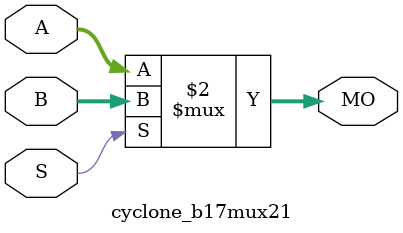
<source format=v>
module cyclone_b17mux21 (MO, A, B, S);
   input [16:0] A, B;
   input 	S;
   output [16:0] MO; 
   assign MO = (S == 1) ? B : A; 
endmodule
</source>
